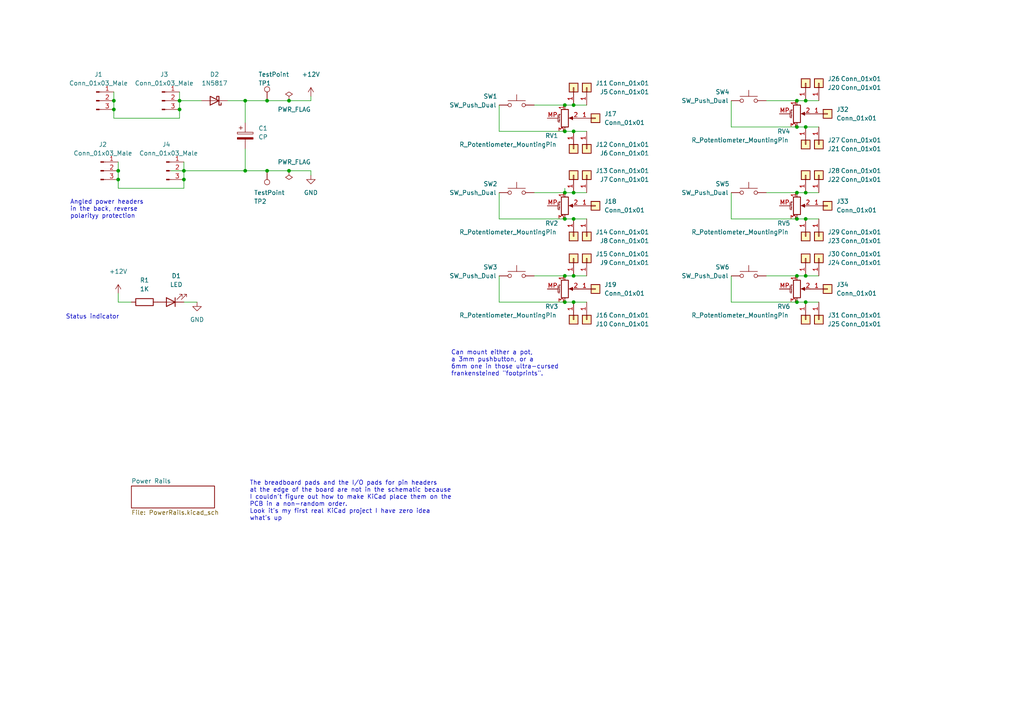
<source format=kicad_sch>
(kicad_sch (version 20220914) (generator eeschema)
  (paper "A4")
  (title_block (title "Aria Salvatrice") (date "2022-08-27") (rev "02") (company "Aria Salvatrice"))
  (lib_symbols
    (symbol "Connector:Conn_01x03_Male" (pin_names (offset 1.016) hide)
      (property "Reference" "J" (at 0 5.08 0))
      (property "Value" "Conn_01x03_Male" (at 0 -5.08 0))
      (symbol "Conn_01x03_Male_1_1"
        (polyline (pts (xy 1.27 -2.54) (xy 0.8636 -2.54)) (stroke (width 0.1524)))
        (polyline (pts (xy 1.27 0) (xy 0.8636 0)) (stroke (width 0.1524)))
        (polyline (pts (xy 1.27 2.54) (xy 0.8636 2.54)) (stroke (width 0.1524)))
        (rectangle (start 0.8636 -2.413) (end 0 -2.667) (stroke (width 0.1524)) (fill (type outline)))
        (rectangle (start 0.8636 0.127) (end 0 -0.127) (stroke (width 0.1524)) (fill (type outline)))
        (rectangle (start 0.8636 2.667) (end 0 2.413) (stroke (width 0.1524)) (fill (type outline)))
        (pin passive line (at 5.08 2.54 180) (length 3.81) (name "Pin_1") (number "1"))
        (pin passive line (at 5.08 0 180) (length 3.81) (name "Pin_2") (number "2"))
        (pin passive line (at 5.08 -2.54 180) (length 3.81) (name "Pin_3") (number "3"))
      )
    )
    (symbol "Connector:TestPoint" (pin_numbers hide) (pin_names (offset 0.762) hide)
      (property "Reference" "TP" (at 0 6.858 0))
      (property "Value" "TestPoint" (at 0 5.08 0))
      (symbol "TestPoint_0_1"
        (circle (center 0 3.302) (radius 0.762))
      )
      (symbol "TestPoint_1_1"
        (pin passive line (at 0 0 90) (length 2.54) (name "1") (number "1"))
      )
    )
    (symbol "Connector_Generic:Conn_01x01" (pin_names (offset 1.016) hide)
      (property "Reference" "J" (at 0 2.54 0))
      (property "Value" "Conn_01x01" (at 0 -2.54 0))
      (symbol "Conn_01x01_1_1"
        (rectangle (start -1.27 0.127) (end 0 -0.127) (stroke (width 0.1524)))
        (rectangle (start -1.27 1.27) (end 1.27 -1.27) (stroke (width 0.254)) (fill (type background)))
        (pin passive line (at -5.08 0 0) (length 3.81) (name "Pin_1") (number "1"))
      )
    )
    (symbol "Device:LED" (pin_numbers hide) (pin_names (offset 1.016) hide)
      (property "Reference" "D" (at 0 2.54 0))
      (property "Value" "LED" (at 0 -2.54 0))
      (symbol "LED_0_1"
        (polyline (pts (xy -1.27 -1.27) (xy -1.27 1.27)) (stroke (width 0.254)))
        (polyline (pts (xy -1.27 0) (xy 1.27 0)))
        (polyline (pts (xy 1.27 -1.27) (xy 1.27 1.27) (xy -1.27 0) (xy 1.27 -1.27)) (stroke (width 0.254)))
        (polyline (pts (xy -3.048 -0.762) (xy -4.572 -2.286) (xy -3.81 -2.286) (xy -4.572 -2.286) (xy -4.572 -1.524)))
        (polyline (pts (xy -1.778 -0.762) (xy -3.302 -2.286) (xy -2.54 -2.286) (xy -3.302 -2.286) (xy -3.302 -1.524)))
      )
      (symbol "LED_1_1"
        (pin passive line (at -3.81 0 0) (length 2.54) (name "K") (number "1"))
        (pin passive line (at 3.81 0 180) (length 2.54) (name "A") (number "2"))
      )
    )
    (symbol "Device:R_Potentiometer_MountingPin" (pin_names (offset 1.016) hide)
      (property "Reference" "RV" (at -8.255 0 90))
      (property "Value" "R_Potentiometer_MountingPin" (at -6.35 0 90))
      (symbol "R_Potentiometer_MountingPin_0_1"
        (polyline (pts (xy 2.54 0) (xy 1.524 0)))
        (polyline (pts (xy 1.143 0) (xy 2.286 0.508) (xy 2.286 -0.508)) (fill (type outline)))
        (rectangle (start 1.016 2.54) (end -1.016 -2.54) (stroke (width 0.254)))
      )
      (symbol "R_Potentiometer_MountingPin_1_1"
        (polyline (pts (xy -2.032 1.016) (xy -2.032 -1.016)) (stroke (width 0.1524)))
        (text "Mounting" (at -1.651 0 900) (effects (font (size 0.381 0.381))))
        (pin passive line (at 0 3.81 270) (length 1.27) (name "1") (number "1"))
        (pin passive line (at 3.81 0 180) (length 1.27) (name "2") (number "2"))
        (pin passive line (at 0 -3.81 90) (length 1.27) (name "3") (number "3"))
        (pin passive line (at -5.08 0 0) (length 3.048) (name "MountPin") (number "MP"))
      )
    )
    (symbol "Diode:1N5817" (pin_numbers hide) (pin_names (offset 1.016) hide)
      (property "Reference" "D" (at 0 2.54 0))
      (property "Value" "1N5817" (at 0 -2.54 0))
      (symbol "1N5817_0_1"
        (polyline (pts (xy 1.27 0) (xy -1.27 0)))
        (polyline (pts (xy 1.27 1.27) (xy 1.27 -1.27) (xy -1.27 0) (xy 1.27 1.27)) (stroke (width 0.254)))
        (polyline (pts (xy -1.905 0.635) (xy -1.905 1.27) (xy -1.27 1.27) (xy -1.27 -1.27) (xy -0.635 -1.27) (xy -0.635 -0.635)) (stroke (width 0.254)))
      )
      (symbol "1N5817_1_1"
        (pin passive line (at -3.81 0 0) (length 2.54) (name "K") (number "1"))
        (pin passive line (at 3.81 0 180) (length 2.54) (name "A") (number "2"))
      )
    )
    (symbol "Switch:SW_Push" (pin_numbers hide) (pin_names (offset 1.016) hide)
      (property "Reference" "SW" (at 1.27 2.54 0))
      (property "Value" "SW_Push" (at 0 -1.524 0))
      (symbol "SW_Push_0_1"
        (circle (center -2.032 0) (radius 0.508))
        (polyline (pts (xy 0 1.27) (xy 0 3.048)))
        (polyline (pts (xy 2.54 1.27) (xy -2.54 1.27)))
        (circle (center 2.032 0) (radius 0.508))
        (pin passive line (at -5.08 0 0) (length 2.54) (name "1") (number "1"))
        (pin passive line (at 5.08 0 180) (length 2.54) (name "2") (number "2"))
      )
    )
    (symbol "ao_symbols:CP" (pin_numbers hide) (pin_names (offset 0.254))
      (property "Reference" "C" (at 0.635 2.54 0))
      (property "Value" "CP" (at 0.635 -2.54 0))
      (symbol "CP_0_1"
        (rectangle (start -2.286 0.508) (end 2.286 1.016))
        (polyline (pts (xy -1.778 2.286) (xy -0.762 2.286)))
        (polyline (pts (xy -1.27 2.794) (xy -1.27 1.778)))
        (rectangle (start 2.286 -0.508) (end -2.286 -1.016) (fill (type outline)))
      )
      (symbol "CP_1_1"
        (pin passive line (at 0 3.81 270) (length 2.794) (name "~") (number "1"))
        (pin passive line (at 0 -3.81 90) (length 2.794) (name "~") (number "2"))
      )
    )
    (symbol "ao_symbols:R" (pin_numbers hide) (pin_names (offset 0))
      (property "Reference" "R" (at 2.032 0 90))
      (property "Value" "R" (at 0 0 90))
      (symbol "R_0_1"
        (rectangle (start -1.016 -2.54) (end 1.016 2.54) (stroke (width 0.254)))
      )
      (symbol "R_1_1"
        (pin passive line (at 0 3.81 270) (length 1.27) (name "~") (number "1"))
        (pin passive line (at 0 -3.81 90) (length 1.27) (name "~") (number "2"))
      )
    )
    (symbol "power:+12V" (power) (pin_names (offset 0))
      (property "Value" "+12V" (at 0 3.556 0))
      (symbol "+12V_0_1"
        (polyline (pts (xy -0.762 1.27) (xy 0 2.54)))
        (polyline (pts (xy 0 0) (xy 0 2.54)))
        (polyline (pts (xy 0 2.54) (xy 0.762 1.27)))
      )
      (symbol "+12V_1_1"
        (pin power_in line (at 0 0 90) (length 0) hide (name "+12V") (number "1"))
      )
    )
    (symbol "power:GND" (power) (pin_names (offset 0))
      (property "Value" "GND" (at 0 -3.81 0))
      (symbol "GND_0_1"
        (polyline (pts (xy 0 0) (xy 0 -1.27) (xy 1.27 -1.27) (xy 0 -2.54) (xy -1.27 -1.27) (xy 0 -1.27)))
      )
      (symbol "GND_1_1"
        (pin power_in line (at 0 0 270) (length 0) hide (name "GND") (number "1"))
      )
    )
    (symbol "power:PWR_FLAG" (power) (pin_numbers hide) (pin_names (offset 0) hide)
      (property "Value" "PWR_FLAG" (at 0 3.81 0))
      (symbol "PWR_FLAG_0_0"
        (pin power_out line (at 0 0 90) (length 0) (name "pwr") (number "1"))
      )
      (symbol "PWR_FLAG_0_1"
        (polyline (pts (xy 0 0) (xy 0 1.27) (xy -1.016 1.905) (xy 0 2.54) (xy 1.016 1.905) (xy 0 1.27)))
      )
    )
  )
  (junction (at 231.14 87.63))
  (junction (at 34.29 49.53))
  (junction (at 52.07 29.21))
  (junction (at 233.68 55.88))
  (junction (at 77.47 29.21))
  (junction (at 83.82 49.53))
  (junction (at 163.83 87.63))
  (junction (at 166.37 63.5))
  (junction (at 231.14 80.01))
  (junction (at 231.14 29.21))
  (junction (at 52.07 31.75))
  (junction (at 231.14 63.5))
  (junction (at 163.83 63.5))
  (junction (at 33.02 29.21))
  (junction (at 163.83 30.48))
  (junction (at 166.37 87.63))
  (junction (at 53.34 52.07))
  (junction (at 233.68 87.63))
  (junction (at 233.68 29.21))
  (junction (at 83.82 29.21))
  (junction (at 166.37 30.48))
  (junction (at 33.02 31.75))
  (junction (at 166.37 38.1))
  (junction (at 163.83 38.1))
  (junction (at 71.12 29.21))
  (junction (at 163.83 80.01))
  (junction (at 53.34 49.53))
  (junction (at 34.29 52.07))
  (junction (at 166.37 55.88))
  (junction (at 233.68 80.01))
  (junction (at 233.68 63.5))
  (junction (at 231.14 55.88))
  (junction (at 163.83 55.88))
  (junction (at 71.12 49.53))
  (junction (at 166.37 80.01))
  (junction (at 231.14 36.83))
  (junction (at 233.68 36.83))
  (junction (at 77.47 49.53))
  (wire (pts (xy 53.34 87.63) (xy 57.15 87.63)))
  (wire (pts (xy 53.34 49.53) (xy 71.12 49.53)))
  (wire (pts (xy 38.1 87.63) (xy 34.29 87.63)))
  (wire (pts (xy 233.68 80.01) (xy 231.14 80.01)))
  (wire (pts (xy 49.53 49.53) (xy 53.34 49.53)))
  (wire (pts (xy 83.82 29.21) (xy 90.17 29.21)))
  (wire (pts (xy 144.78 63.5) (xy 163.83 63.5)))
  (wire (pts (xy 166.37 87.63) (xy 170.18 87.63)))
  (wire (pts (xy 52.07 29.21) (xy 58.42 29.21)))
  (wire (pts (xy 233.68 29.21) (xy 231.14 29.21)))
  (wire (pts (xy 33.02 26.67) (xy 33.02 29.21)))
  (wire (pts (xy 166.37 30.48) (xy 163.83 30.48)))
  (wire (pts (xy 212.09 36.83) (xy 231.14 36.83)))
  (wire (pts (xy 170.18 55.88) (xy 166.37 55.88)))
  (wire (pts (xy 166.37 63.5) (xy 163.83 63.5)))
  (wire (pts (xy 163.83 55.88) (xy 163.83 54.61)))
  (wire (pts (xy 53.34 49.53) (xy 53.34 46.99)))
  (wire (pts (xy 144.78 38.1) (xy 163.83 38.1)))
  (wire (pts (xy 154.94 55.88) (xy 163.83 55.88)))
  (wire (pts (xy 52.07 31.75) (xy 52.07 34.29)))
  (wire (pts (xy 233.68 63.5) (xy 231.14 63.5)))
  (wire (pts (xy 212.09 80.01) (xy 212.09 87.63)))
  (wire (pts (xy 71.12 43.18) (xy 71.12 49.53)))
  (wire (pts (xy 53.34 54.61) (xy 53.34 52.07)))
  (wire (pts (xy 144.78 80.01) (xy 144.78 87.63)))
  (wire (pts (xy 222.25 55.88) (xy 231.14 55.88)))
  (wire (pts (xy 233.68 80.01) (xy 237.49 80.01)))
  (wire (pts (xy 34.29 87.63) (xy 34.29 85.09)))
  (wire (pts (xy 52.07 29.21) (xy 52.07 31.75)))
  (wire (pts (xy 34.29 49.53) (xy 34.29 52.07)))
  (wire (pts (xy 71.12 49.53) (xy 77.47 49.53)))
  (wire (pts (xy 166.37 80.01) (xy 163.83 80.01)))
  (wire (pts (xy 166.37 38.1) (xy 170.18 38.1)))
  (wire (pts (xy 154.94 80.01) (xy 163.83 80.01)))
  (wire (pts (xy 33.02 29.21) (xy 33.02 31.75)))
  (wire (pts (xy 222.25 80.01) (xy 231.14 80.01)))
  (wire (pts (xy 154.94 30.48) (xy 163.83 30.48)))
  (wire (pts (xy 71.12 29.21) (xy 71.12 35.56)))
  (wire (pts (xy 52.07 26.67) (xy 52.07 29.21)))
  (wire (pts (xy 90.17 49.53) (xy 90.17 50.8)))
  (wire (pts (xy 212.09 63.5) (xy 231.14 63.5)))
  (wire (pts (xy 166.37 55.88) (xy 163.83 55.88)))
  (wire (pts (xy 144.78 55.88) (xy 144.78 63.5)))
  (wire (pts (xy 144.78 87.63) (xy 163.83 87.63)))
  (wire (pts (xy 66.04 29.21) (xy 71.12 29.21)))
  (wire (pts (xy 77.47 49.53) (xy 83.82 49.53)))
  (wire (pts (xy 212.09 29.21) (xy 212.09 36.83)))
  (wire (pts (xy 34.29 52.07) (xy 34.29 54.61)))
  (wire (pts (xy 233.68 87.63) (xy 231.14 87.63)))
  (wire (pts (xy 83.82 49.53) (xy 90.17 49.53)))
  (wire (pts (xy 222.25 29.21) (xy 231.14 29.21)))
  (wire (pts (xy 34.29 46.99) (xy 34.29 49.53)))
  (wire (pts (xy 53.34 52.07) (xy 53.34 49.53)))
  (wire (pts (xy 233.68 36.83) (xy 237.49 36.83)))
  (wire (pts (xy 233.68 63.5) (xy 237.49 63.5)))
  (wire (pts (xy 233.68 36.83) (xy 231.14 36.83)))
  (wire (pts (xy 90.17 29.21) (xy 90.17 27.94)))
  (wire (pts (xy 33.02 31.75) (xy 33.02 34.29)))
  (wire (pts (xy 166.37 63.5) (xy 170.18 63.5)))
  (wire (pts (xy 144.78 30.48) (xy 144.78 38.1)))
  (wire (pts (xy 233.68 55.88) (xy 237.49 55.88)))
  (wire (pts (xy 212.09 87.63) (xy 231.14 87.63)))
  (wire (pts (xy 71.12 29.21) (xy 77.47 29.21)))
  (wire (pts (xy 212.09 55.88) (xy 212.09 63.5)))
  (wire (pts (xy 166.37 80.01) (xy 170.18 80.01)))
  (wire (pts (xy 233.68 55.88) (xy 231.14 55.88)))
  (wire (pts (xy 233.68 87.63) (xy 237.49 87.63)))
  (wire (pts (xy 34.29 54.61) (xy 53.34 54.61)))
  (wire (pts (xy 166.37 30.48) (xy 170.18 30.48)))
  (wire (pts (xy 166.37 38.1) (xy 163.83 38.1)))
  (wire (pts (xy 33.02 34.29) (xy 52.07 34.29)))
  (wire (pts (xy 77.47 29.21) (xy 83.82 29.21)))
  (wire (pts (xy 166.37 87.63) (xy 163.83 87.63)))
  (wire (pts (xy 233.68 29.21) (xy 237.49 29.21)))
  (text "Can mount either a pot,\na 3mm pushbutton, or a\n6mm one in those ultra-cursed\nfrankensteined \"footprints\"." (at 130.81 109.22 0) (effects (font (size 1.27 1.27)) (justify left bottom)))
  (text "The breadboard pads and the I/O pads for pin headers \nat the edge of the board are not in the schematic because\nI couldn't figure out how to make KiCad place them on the\nPCB in a non-random order.\nLook it's my first real KiCad project I have zero idea\nwhat's up" (at 72.39 151.13 0) (effects (font (size 1.27 1.27)) (justify left bottom)))
  (text "Status indicator" (at 19.05 92.71 0) (effects (font (size 1.27 1.27)) (justify left bottom)))
  (text "Angled power headers\nin the back, reverse\npolarityy protection" (at 20.32 63.5 0) (effects (font (size 1.27 1.27)) (justify left bottom)))
  (symbol (lib_id "Connector_Generic:Conn_01x01") (at 237.49 24.13 90) (unit 1)
    (default_instance (reference "") (unit 1) (value "") (footprint ""))
    (property "Reference" "J26" (at 240.03 22.8599 90) (effects (justify right)))
    (property "Value" "Conn_01x01" (at 243.84 25.4 90) (effects (justify right)))
    (property "Footprint" "ao_tht:Perf_Board_Hole" (effects hide))
  )
  (symbol (lib_id "Connector:Conn_01x03_Male") (at 48.26 49.53 0) (unit 1)
    (default_instance (reference "") (unit 1) (value "") (footprint ""))
    (property "Reference" "J4" (at 48.26 41.91 0))
    (property "Value" "Conn_01x03_Male" (at 48.895 44.45 0))
    (property "Footprint" "Connector_PinHeader_2.54mm:PinHeader_1x03_P2.54mm_Horizontal" (effects hide))
  )
  (symbol (lib_id "Switch:SW_Push") (at 217.17 80.01 0) (unit 1)
    (default_instance (reference "") (unit 1) (value "") (footprint ""))
    (property "Reference" "SW6" (at 209.55 77.47 0))
    (property "Value" "SW_Push_Dual" (at 204.47 80.01 0))
    (property "Footprint" "Button_Switch_THT:SW_PUSH_6mm" (effects hide))
  )
  (symbol (lib_id "Switch:SW_Push") (at 149.86 55.88 0) (unit 1)
    (default_instance (reference "") (unit 1) (value "") (footprint ""))
    (property "Reference" "SW2" (at 142.24 53.34 0))
    (property "Value" "SW_Push_Dual" (at 137.16 55.88 0))
    (property "Footprint" "Button_Switch_THT:SW_PUSH_6mm" (effects hide))
  )
  (symbol (lib_id "Connector:TestPoint") (at 77.47 29.21 0) (unit 1)
    (default_instance (reference "") (unit 1) (value "") (footprint ""))
    (property "Reference" "TP1" (at 74.93 24.13 0) (effects (justify left)))
    (property "Value" "TestPoint" (at 74.93 21.59 0) (effects (justify left)))
    (property "Footprint" "TestPoint:TestPoint_THTPad_1.0x1.0mm_Drill0.5mm" (effects hide))
  )
  (symbol (lib_id "Connector_Generic:Conn_01x01") (at 166.37 25.4 90) (unit 1)
    (default_instance (reference "") (unit 1) (value "") (footprint ""))
    (property "Reference" "J5" (at 173.99 26.67 90) (effects (justify right)))
    (property "Value" "Conn_01x01" (at 176.53 26.67 90) (effects (justify right)))
    (property "Footprint" "ao_tht:Perf_Board_Hole" (effects hide))
  )
  (symbol (lib_id "ao_symbols:CP") (at 71.12 39.37 0) (unit 1)
    (default_instance (reference "") (unit 1) (value "") (footprint ""))
    (property "Reference" "C1" (at 74.93 37.2109 0) (effects (justify left)))
    (property "Value" "CP" (at 74.93 39.7509 0) (effects (justify left)))
    (property "Footprint" "ao_tht:CP_Radial_D6.3mm_P2.50mm" (effects hide))
  )
  (symbol (lib_id "Connector_Generic:Conn_01x01") (at 233.68 92.71 270) (unit 1)
    (default_instance (reference "") (unit 1) (value "") (footprint ""))
    (property "Reference" "J25" (at 240.03 93.98 90) (effects (justify left)))
    (property "Value" "Conn_01x01" (at 243.84 91.44 90) (effects (justify left)))
    (property "Footprint" "ao_tht:Perf_Board_Hole" (effects hide))
  )
  (symbol (lib_id "Connector_Generic:Conn_01x01") (at 233.68 68.58 270) (unit 1)
    (default_instance (reference "") (unit 1) (value "") (footprint ""))
    (property "Reference" "J23" (at 240.03 69.85 90) (effects (justify left)))
    (property "Value" "Conn_01x01" (at 243.84 67.31 90) (effects (justify left)))
    (property "Footprint" "ao_tht:Perf_Board_Hole" (effects hide))
  )
  (symbol (lib_id "Connector_Generic:Conn_01x01") (at 170.18 50.8 90) (unit 1)
    (default_instance (reference "") (unit 1) (value "") (footprint ""))
    (property "Reference" "J13" (at 172.72 49.5299 90) (effects (justify right)))
    (property "Value" "Conn_01x01" (at 176.53 52.07 90) (effects (justify right)))
    (property "Footprint" "ao_tht:Perf_Board_Hole" (effects hide))
  )
  (symbol (lib_id "Connector_Generic:Conn_01x01") (at 237.49 68.58 270) (unit 1)
    (default_instance (reference "") (unit 1) (value "") (footprint ""))
    (property "Reference" "J29" (at 240.03 67.3099 90) (effects (justify left)))
    (property "Value" "Conn_01x01" (at 243.84 69.85 90) (effects (justify left)))
    (property "Footprint" "ao_tht:Perf_Board_Hole" (effects hide))
  )
  (symbol (lib_id "Connector_Generic:Conn_01x01") (at 237.49 50.8 90) (unit 1)
    (default_instance (reference "") (unit 1) (value "") (footprint ""))
    (property "Reference" "J28" (at 240.03 49.5299 90) (effects (justify right)))
    (property "Value" "Conn_01x01" (at 243.84 52.07 90) (effects (justify right)))
    (property "Footprint" "ao_tht:Perf_Board_Hole" (effects hide))
  )
  (symbol (lib_id "Connector_Generic:Conn_01x01") (at 166.37 43.18 270) (unit 1)
    (default_instance (reference "") (unit 1) (value "") (footprint ""))
    (property "Reference" "J6" (at 173.99 44.45 90) (effects (justify left)))
    (property "Value" "Conn_01x01" (at 176.53 41.91 90) (effects (justify left)))
    (property "Footprint" "ao_tht:Perf_Board_Hole" (effects hide))
  )
  (symbol (lib_id "Connector_Generic:Conn_01x01") (at 233.68 41.91 270) (unit 1)
    (default_instance (reference "") (unit 1) (value "") (footprint ""))
    (property "Reference" "J21" (at 240.03 43.18 90) (effects (justify left)))
    (property "Value" "Conn_01x01" (at 243.84 40.64 90) (effects (justify left)))
    (property "Footprint" "ao_tht:Perf_Board_Hole" (effects hide))
  )
  (symbol (lib_id "Connector_Generic:Conn_01x01") (at 237.49 41.91 270) (unit 1)
    (default_instance (reference "") (unit 1) (value "") (footprint ""))
    (property "Reference" "J27" (at 240.03 40.6399 90) (effects (justify left)))
    (property "Value" "Conn_01x01" (at 243.84 43.18 90) (effects (justify left)))
    (property "Footprint" "ao_tht:Perf_Board_Hole" (effects hide))
  )
  (symbol (lib_id "Connector_Generic:Conn_01x01") (at 170.18 68.58 270) (unit 1)
    (default_instance (reference "") (unit 1) (value "") (footprint ""))
    (property "Reference" "J14" (at 172.72 67.3099 90) (effects (justify left)))
    (property "Value" "Conn_01x01" (at 176.53 69.85 90) (effects (justify left)))
    (property "Footprint" "ao_tht:Perf_Board_Hole" (effects hide))
  )
  (symbol (lib_id "Connector_Generic:Conn_01x01") (at 172.72 83.82 0) (unit 1)
    (default_instance (reference "") (unit 1) (value "") (footprint ""))
    (property "Reference" "J19" (at 175.26 82.5499 0) (effects (justify left)))
    (property "Value" "Conn_01x01" (at 175.26 85.0899 0) (effects (justify left)))
    (property "Footprint" "ao_tht:Perf_Board_Hole" (effects hide))
  )
  (symbol (lib_id "Connector:Conn_01x03_Male") (at 29.21 49.53 0) (unit 1)
    (default_instance (reference "") (unit 1) (value "") (footprint ""))
    (property "Reference" "J2" (at 29.845 41.91 0))
    (property "Value" "Conn_01x03_Male" (at 29.845 44.45 0))
    (property "Footprint" "Connector_PinHeader_2.54mm:PinHeader_1x03_P2.54mm_Horizontal" (effects hide))
  )
  (symbol (lib_id "power:PWR_FLAG") (at 83.82 49.53 180) (unit 1)
    (default_instance (reference "") (unit 1) (value "") (footprint ""))
    (property "Reference" "#FLG02" (effects hide))
    (property "Value" "PWR_FLAG" (at 90.17 46.99 0) (effects (justify left)))
  )
  (symbol (lib_id "Connector_Generic:Conn_01x01") (at 172.72 34.29 0) (unit 1)
    (default_instance (reference "") (unit 1) (value "") (footprint ""))
    (property "Reference" "J17" (at 175.26 33.0199 0) (effects (justify left)))
    (property "Value" "Conn_01x01" (at 175.26 35.5599 0) (effects (justify left)))
    (property "Footprint" "ao_tht:Perf_Board_Hole" (effects hide))
  )
  (symbol (lib_id "Device:R_Potentiometer_MountingPin") (at 163.83 59.69 0) (unit 1)
    (default_instance (reference "") (unit 1) (value "") (footprint ""))
    (property "Reference" "RV2" (at 160.02 64.77 0))
    (property "Value" "R_Potentiometer_MountingPin" (at 147.32 67.31 0))
    (property "Footprint" "Potentiometer_THT:Potentiometer_Alps_RK09K_Single_Vertical" (effects hide))
  )
  (symbol (lib_id "power:GND") (at 57.15 87.63 0) (unit 1)
    (default_instance (reference "") (unit 1) (value "") (footprint ""))
    (property "Reference" "#PWR04" (effects hide))
    (property "Value" "GND" (at 57.15 92.71 0))
  )
  (symbol (lib_id "power:PWR_FLAG") (at 83.82 29.21 0) (unit 1)
    (default_instance (reference "") (unit 1) (value "") (footprint ""))
    (property "Reference" "#FLG01" (effects hide))
    (property "Value" "PWR_FLAG" (at 90.17 31.75 0) (effects (justify right)))
  )
  (symbol (lib_id "Connector_Generic:Conn_01x01") (at 240.03 33.02 0) (unit 1)
    (default_instance (reference "") (unit 1) (value "") (footprint ""))
    (property "Reference" "J32" (at 242.57 31.7499 0) (effects (justify left)))
    (property "Value" "Conn_01x01" (at 242.57 34.2899 0) (effects (justify left)))
    (property "Footprint" "ao_tht:Perf_Board_Hole" (effects hide))
  )
  (symbol (lib_id "Connector_Generic:Conn_01x01") (at 170.18 92.71 270) (unit 1)
    (default_instance (reference "") (unit 1) (value "") (footprint ""))
    (property "Reference" "J16" (at 172.72 91.4399 90) (effects (justify left)))
    (property "Value" "Conn_01x01" (at 176.53 93.98 90) (effects (justify left)))
    (property "Footprint" "ao_tht:Perf_Board_Hole" (effects hide))
  )
  (symbol (lib_id "Device:R_Potentiometer_MountingPin") (at 231.14 59.69 0) (unit 1)
    (default_instance (reference "") (unit 1) (value "") (footprint ""))
    (property "Reference" "RV5" (at 227.33 64.77 0))
    (property "Value" "R_Potentiometer_MountingPin" (at 214.63 67.31 0))
    (property "Footprint" "Potentiometer_THT:Potentiometer_Alps_RK09K_Single_Vertical" (effects hide))
  )
  (symbol (lib_id "Connector_Generic:Conn_01x01") (at 166.37 50.8 90) (unit 1)
    (default_instance (reference "") (unit 1) (value "") (footprint ""))
    (property "Reference" "J7" (at 173.99 52.07 90) (effects (justify right)))
    (property "Value" "Conn_01x01" (at 176.53 49.53 90) (effects (justify right)))
    (property "Footprint" "ao_tht:Perf_Board_Hole" (effects hide))
  )
  (symbol (lib_id "Connector_Generic:Conn_01x01") (at 237.49 74.93 90) (unit 1)
    (default_instance (reference "") (unit 1) (value "") (footprint ""))
    (property "Reference" "J30" (at 240.03 73.6599 90) (effects (justify right)))
    (property "Value" "Conn_01x01" (at 243.84 76.2 90) (effects (justify right)))
    (property "Footprint" "ao_tht:Perf_Board_Hole" (effects hide))
  )
  (symbol (lib_id "Connector:TestPoint") (at 77.47 49.53 180) (unit 1)
    (default_instance (reference "") (unit 1) (value "") (footprint ""))
    (property "Reference" "TP2" (at 73.66 58.42 0) (effects (justify right)))
    (property "Value" "TestPoint" (at 73.66 55.88 0) (effects (justify right)))
    (property "Footprint" "TestPoint:TestPoint_THTPad_1.0x1.0mm_Drill0.5mm" (effects hide))
  )
  (symbol (lib_id "Device:R_Potentiometer_MountingPin") (at 163.83 83.82 0) (unit 1)
    (default_instance (reference "") (unit 1) (value "") (footprint ""))
    (property "Reference" "RV3" (at 160.02 88.9 0))
    (property "Value" "R_Potentiometer_MountingPin" (at 147.32 91.44 0))
    (property "Footprint" "Potentiometer_THT:Potentiometer_Alps_RK09K_Single_Vertical" (effects hide))
  )
  (symbol (lib_id "Connector_Generic:Conn_01x01") (at 233.68 50.8 90) (unit 1)
    (default_instance (reference "") (unit 1) (value "") (footprint ""))
    (property "Reference" "J22" (at 240.03 52.07 90) (effects (justify right)))
    (property "Value" "Conn_01x01" (at 243.84 49.53 90) (effects (justify right)))
    (property "Footprint" "ao_tht:Perf_Board_Hole" (effects hide))
  )
  (symbol (lib_id "Device:R_Potentiometer_MountingPin") (at 231.14 33.02 0) (unit 1)
    (default_instance (reference "") (unit 1) (value "") (footprint ""))
    (property "Reference" "RV4" (at 227.33 38.1 0))
    (property "Value" "R_Potentiometer_MountingPin" (at 214.63 40.64 0))
    (property "Footprint" "Potentiometer_THT:Potentiometer_Alps_RK09K_Single_Vertical" (effects hide))
  )
  (symbol (lib_id "Connector_Generic:Conn_01x01") (at 166.37 68.58 270) (unit 1)
    (default_instance (reference "") (unit 1) (value "") (footprint ""))
    (property "Reference" "J8" (at 173.99 69.85 90) (effects (justify left)))
    (property "Value" "Conn_01x01" (at 176.53 67.31 90) (effects (justify left)))
    (property "Footprint" "ao_tht:Perf_Board_Hole" (effects hide))
  )
  (symbol (lib_id "Connector_Generic:Conn_01x01") (at 166.37 92.71 270) (unit 1)
    (default_instance (reference "") (unit 1) (value "") (footprint ""))
    (property "Reference" "J10" (at 172.72 93.98 90) (effects (justify left)))
    (property "Value" "Conn_01x01" (at 176.53 91.44 90) (effects (justify left)))
    (property "Footprint" "ao_tht:Perf_Board_Hole" (effects hide))
  )
  (symbol (lib_id "Device:LED") (at 49.53 87.63 180) (unit 1)
    (default_instance (reference "") (unit 1) (value "") (footprint ""))
    (property "Reference" "D1" (at 51.1175 80.01 0))
    (property "Value" "LED" (at 51.1175 82.55 0))
    (property "Footprint" "LED_THT:LED_D3.0mm" (effects hide))
  )
  (symbol (lib_id "Device:R_Potentiometer_MountingPin") (at 231.14 83.82 0) (unit 1)
    (default_instance (reference "") (unit 1) (value "") (footprint ""))
    (property "Reference" "RV6" (at 227.33 88.9 0))
    (property "Value" "R_Potentiometer_MountingPin" (at 214.63 91.44 0))
    (property "Footprint" "Potentiometer_THT:Potentiometer_Alps_RK09K_Single_Vertical" (effects hide))
  )
  (symbol (lib_id "Connector:Conn_01x03_Male") (at 27.94 29.21 0) (unit 1)
    (default_instance (reference "") (unit 1) (value "") (footprint ""))
    (property "Reference" "J1" (at 28.575 21.59 0))
    (property "Value" "Conn_01x03_Male" (at 28.575 24.13 0))
    (property "Footprint" "Connector_PinHeader_2.54mm:PinHeader_1x03_P2.54mm_Horizontal" (effects hide))
  )
  (symbol (lib_id "Connector:Conn_01x03_Male") (at 46.99 29.21 0) (unit 1)
    (default_instance (reference "") (unit 1) (value "") (footprint ""))
    (property "Reference" "J3" (at 47.625 21.59 0))
    (property "Value" "Conn_01x03_Male" (at 47.625 24.13 0))
    (property "Footprint" "Connector_PinHeader_2.54mm:PinHeader_1x03_P2.54mm_Horizontal" (effects hide))
  )
  (symbol (lib_id "Connector_Generic:Conn_01x01") (at 240.03 83.82 0) (unit 1)
    (default_instance (reference "") (unit 1) (value "") (footprint ""))
    (property "Reference" "J34" (at 242.57 82.5499 0) (effects (justify left)))
    (property "Value" "Conn_01x01" (at 242.57 85.0899 0) (effects (justify left)))
    (property "Footprint" "ao_tht:Perf_Board_Hole" (effects hide))
  )
  (symbol (lib_id "Device:R_Potentiometer_MountingPin") (at 163.83 34.29 0) (unit 1)
    (default_instance (reference "") (unit 1) (value "") (footprint ""))
    (property "Reference" "RV1" (at 160.02 39.37 0))
    (property "Value" "R_Potentiometer_MountingPin" (at 147.32 41.91 0))
    (property "Footprint" "Potentiometer_THT:Potentiometer_Alps_RK09K_Single_Vertical" (effects hide))
  )
  (symbol (lib_id "Connector_Generic:Conn_01x01") (at 170.18 25.4 90) (unit 1)
    (default_instance (reference "") (unit 1) (value "") (footprint ""))
    (property "Reference" "J11" (at 172.72 24.1299 90) (effects (justify right)))
    (property "Value" "Conn_01x01" (at 176.53 24.13 90) (effects (justify right)))
    (property "Footprint" "ao_tht:Perf_Board_Hole" (effects hide))
  )
  (symbol (lib_id "Connector_Generic:Conn_01x01") (at 166.37 74.93 90) (unit 1)
    (default_instance (reference "") (unit 1) (value "") (footprint ""))
    (property "Reference" "J9" (at 173.99 76.2 90) (effects (justify right)))
    (property "Value" "Conn_01x01" (at 176.53 73.66 90) (effects (justify right)))
    (property "Footprint" "ao_tht:Perf_Board_Hole" (effects hide))
  )
  (symbol (lib_id "power:GND") (at 90.17 50.8 0) (unit 1)
    (default_instance (reference "") (unit 1) (value "") (footprint ""))
    (property "Reference" "#PWR06" (effects hide))
    (property "Value" "GND" (at 90.17 55.88 0))
  )
  (symbol (lib_id "Connector_Generic:Conn_01x01") (at 240.03 59.69 0) (unit 1)
    (default_instance (reference "") (unit 1) (value "") (footprint ""))
    (property "Reference" "J33" (at 242.57 58.4199 0) (effects (justify left)))
    (property "Value" "Conn_01x01" (at 242.57 60.9599 0) (effects (justify left)))
    (property "Footprint" "ao_tht:Perf_Board_Hole" (effects hide))
  )
  (symbol (lib_id "Switch:SW_Push") (at 149.86 30.48 0) (unit 1)
    (default_instance (reference "") (unit 1) (value "") (footprint ""))
    (property "Reference" "SW1" (at 142.24 27.94 0))
    (property "Value" "SW_Push_Dual" (at 137.16 30.48 0))
    (property "Footprint" "Button_Switch_THT:SW_PUSH_6mm" (effects hide))
  )
  (symbol (lib_id "Switch:SW_Push") (at 217.17 29.21 0) (unit 1)
    (default_instance (reference "") (unit 1) (value "") (footprint ""))
    (property "Reference" "SW4" (at 209.55 26.67 0))
    (property "Value" "SW_Push_Dual" (at 204.47 29.21 0))
    (property "Footprint" "Button_Switch_THT:SW_PUSH_6mm" (effects hide))
  )
  (symbol (lib_id "Diode:1N5817") (at 62.23 29.21 180) (unit 1)
    (default_instance (reference "") (unit 1) (value "") (footprint ""))
    (property "Reference" "D2" (at 62.23 21.59 0))
    (property "Value" "1N5817" (at 62.23 24.13 0))
    (property "Footprint" "Diode_THT:D_DO-41_SOD81_P3.81mm_Vertical_KathodeUp" (effects hide))
    (property "Datasheet" "http://www.vishay.com/docs/88525/1n5817.pdf" (effects hide))
  )
  (symbol (lib_id "power:+12V") (at 90.17 27.94 0) (unit 1)
    (default_instance (reference "") (unit 1) (value "") (footprint ""))
    (property "Reference" "#PWR05" (effects hide))
    (property "Value" "+12V" (at 90.17 21.59 0))
  )
  (symbol (lib_id "Switch:SW_Push") (at 217.17 55.88 0) (unit 1)
    (default_instance (reference "") (unit 1) (value "") (footprint ""))
    (property "Reference" "SW5" (at 209.55 53.34 0))
    (property "Value" "SW_Push_Dual" (at 204.47 55.88 0))
    (property "Footprint" "Button_Switch_THT:SW_PUSH_6mm" (effects hide))
  )
  (symbol (lib_id "power:+12V") (at 34.29 85.09 0) (unit 1)
    (default_instance (reference "") (unit 1) (value "") (footprint ""))
    (property "Reference" "#PWR01" (effects hide))
    (property "Value" "+12V" (at 34.29 78.74 0))
  )
  (symbol (lib_id "Switch:SW_Push") (at 149.86 80.01 0) (unit 1)
    (default_instance (reference "") (unit 1) (value "") (footprint ""))
    (property "Reference" "SW3" (at 142.24 77.47 0))
    (property "Value" "SW_Push_Dual" (at 137.16 80.01 0))
    (property "Footprint" "Button_Switch_THT:SW_PUSH_6mm" (effects hide))
  )
  (symbol (lib_id "Connector_Generic:Conn_01x01") (at 172.72 59.69 0) (unit 1)
    (default_instance (reference "") (unit 1) (value "") (footprint ""))
    (property "Reference" "J18" (at 175.26 58.4199 0) (effects (justify left)))
    (property "Value" "Conn_01x01" (at 175.26 60.9599 0) (effects (justify left)))
    (property "Footprint" "ao_tht:Perf_Board_Hole" (effects hide))
  )
  (symbol (lib_id "Connector_Generic:Conn_01x01") (at 170.18 74.93 90) (unit 1)
    (default_instance (reference "") (unit 1) (value "") (footprint ""))
    (property "Reference" "J15" (at 172.72 73.6599 90) (effects (justify right)))
    (property "Value" "Conn_01x01" (at 176.53 76.2 90) (effects (justify right)))
    (property "Footprint" "ao_tht:Perf_Board_Hole" (effects hide))
  )
  (symbol (lib_id "Connector_Generic:Conn_01x01") (at 237.49 92.71 270) (unit 1)
    (default_instance (reference "") (unit 1) (value "") (footprint ""))
    (property "Reference" "J31" (at 240.03 91.4399 90) (effects (justify left)))
    (property "Value" "Conn_01x01" (at 243.84 93.98 90) (effects (justify left)))
    (property "Footprint" "ao_tht:Perf_Board_Hole" (effects hide))
  )
  (symbol (lib_id "ao_symbols:R") (at 41.91 87.63 90) (unit 1)
    (default_instance (reference "") (unit 1) (value "") (footprint ""))
    (property "Reference" "R1" (at 41.91 81.28 90))
    (property "Value" "1K" (at 41.91 83.82 90))
    (property "Footprint" "Resistor_THT:R_Axial_DIN0207_L6.3mm_D2.5mm_P2.54mm_Vertical" (effects hide))
    (property "Vendor" "Tayda" (effects hide))
  )
  (symbol (lib_id "Connector_Generic:Conn_01x01") (at 233.68 24.13 90) (unit 1)
    (default_instance (reference "") (unit 1) (value "") (footprint ""))
    (property "Reference" "J20" (at 240.03 25.4 90) (effects (justify right)))
    (property "Value" "Conn_01x01" (at 243.84 22.86 90) (effects (justify right)))
    (property "Footprint" "ao_tht:Perf_Board_Hole" (effects hide))
  )
  (symbol (lib_id "Connector_Generic:Conn_01x01") (at 170.18 43.18 270) (unit 1)
    (default_instance (reference "") (unit 1) (value "") (footprint ""))
    (property "Reference" "J12" (at 172.72 41.9099 90) (effects (justify left)))
    (property "Value" "Conn_01x01" (at 176.53 44.45 90) (effects (justify left)))
    (property "Footprint" "ao_tht:Perf_Board_Hole" (effects hide))
  )
  (symbol (lib_id "Connector_Generic:Conn_01x01") (at 233.68 74.93 90) (unit 1)
    (default_instance (reference "") (unit 1) (value "") (footprint ""))
    (property "Reference" "J24" (at 240.03 76.2 90) (effects (justify right)))
    (property "Value" "Conn_01x01" (at 243.84 73.66 90) (effects (justify right)))
    (property "Footprint" "ao_tht:Perf_Board_Hole" (effects hide))
  )
  (sheet (at 38.1 140.97) (size 24.13 6.35) (stroke (width 0.1524))
    (property "Sheetname" "Power Rails" (at 38.1 140.2584 0) (effects (justify left bottom)))
    (property "Sheetfile" "PowerRails.kicad_sch" (at 38.1 147.9046 0) (effects (justify left top)))
  )
)
</source>
